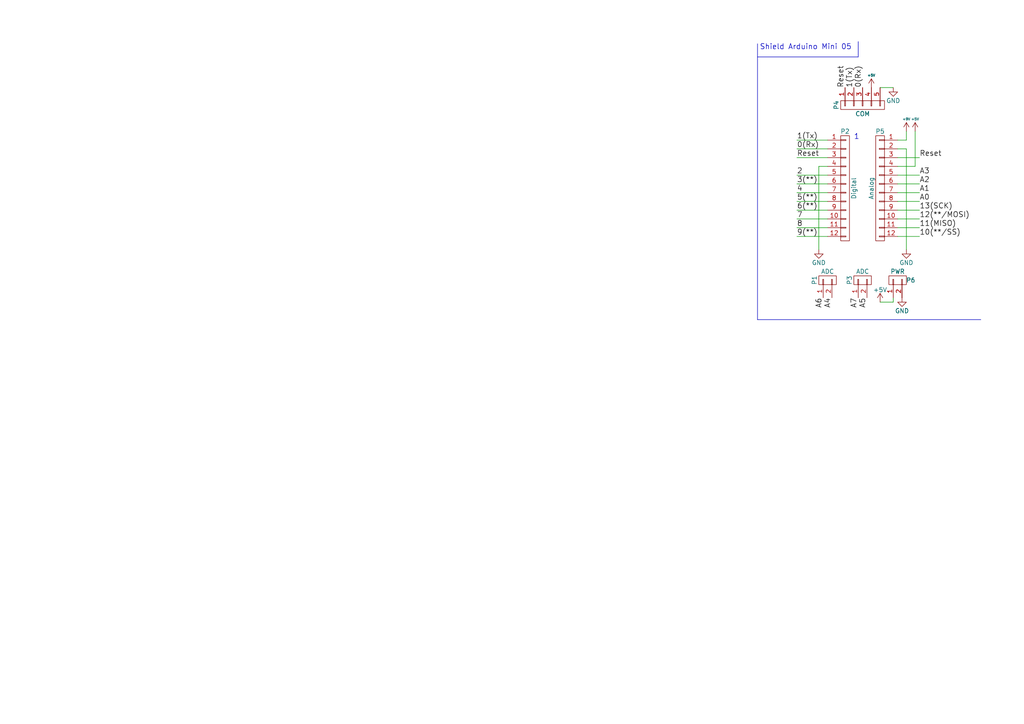
<source format=kicad_sch>
(kicad_sch (version 20230121) (generator eeschema)
  (paper "A4")
  (title_block (date "sam. 04 avril 2015"))
  (lib_symbols
    (symbol "Arduino_Mini-rescue:+5V" (power) (pin_names (offset 0))
      (property "Value" "+5V" (at 0 3.556 0))
      (symbol "+5V_0_1"
        (polyline (pts (xy -0.762 1.27) (xy 0 2.54)))
        (polyline (pts (xy 0 0) (xy 0 2.54)))
        (polyline (pts (xy 0 2.54) (xy 0.762 1.27)))
      )
      (symbol "+5V_1_1"
        (pin power_in line (at 0 0 90) (length 0) hide (name "+5V") (number "1"))
      )
    )
    (symbol "Arduino_Mini-rescue:+9V" (power) (pin_names (offset 0))
      (property "Value" "+9V" (at 0 3.556 0))
      (symbol "+9V_0_1"
        (polyline (pts (xy -0.762 1.27) (xy 0 2.54)))
        (polyline (pts (xy 0 0) (xy 0 2.54)))
        (polyline (pts (xy 0 2.54) (xy 0.762 1.27)))
      )
      (symbol "+9V_1_1"
        (pin power_in line (at 0 0 90) (length 0) hide (name "+9V") (number "1"))
      )
    )
    (symbol "Arduino_Mini-rescue:CONN_01X02" (pin_names (offset 1.016) hide)
      (property "Reference" "P" (at 0 3.81 0))
      (property "Value" "CONN_01X02" (at 2.54 0 90))
      (symbol "CONN_01X02_0_1"
        (rectangle (start -1.27 -1.143) (end 0.254 -1.397))
        (rectangle (start -1.27 1.397) (end 0.254 1.143))
        (rectangle (start -1.27 2.54) (end 1.27 -2.54))
      )
      (symbol "CONN_01X02_1_1"
        (pin passive line (at -5.08 1.27 0) (length 3.81) (name "P1") (number "1"))
        (pin passive line (at -5.08 -1.27 0) (length 3.81) (name "P2") (number "2"))
      )
    )
    (symbol "Arduino_Mini-rescue:CONN_01X05" (pin_names (offset 1.016) hide)
      (property "Reference" "P" (at 0 7.62 0))
      (property "Value" "CONN_01X05" (at 2.54 0 90))
      (symbol "CONN_01X05_0_1"
        (rectangle (start -1.27 -4.953) (end 0.254 -5.207))
        (rectangle (start -1.27 -2.413) (end 0.254 -2.667))
        (rectangle (start -1.27 0.127) (end 0.254 -0.127))
        (rectangle (start -1.27 2.667) (end 0.254 2.413))
        (rectangle (start -1.27 5.207) (end 0.254 4.953))
        (rectangle (start -1.27 6.35) (end 1.27 -6.35))
      )
      (symbol "CONN_01X05_1_1"
        (pin passive line (at -5.08 5.08 0) (length 3.81) (name "P1") (number "1"))
        (pin passive line (at -5.08 2.54 0) (length 3.81) (name "P2") (number "2"))
        (pin passive line (at -5.08 0 0) (length 3.81) (name "P3") (number "3"))
        (pin passive line (at -5.08 -2.54 0) (length 3.81) (name "P4") (number "4"))
        (pin passive line (at -5.08 -5.08 0) (length 3.81) (name "P5") (number "5"))
      )
    )
    (symbol "Arduino_Mini-rescue:CONN_01X12" (pin_names (offset 1.016) hide)
      (property "Reference" "P" (at 0 16.51 0))
      (property "Value" "CONN_01X12" (at 2.54 0 90))
      (symbol "CONN_01X12_0_1"
        (rectangle (start -1.27 -15.24) (end 1.27 15.24))
        (rectangle (start -1.27 -13.843) (end 0.254 -14.097))
        (rectangle (start -1.27 -11.303) (end 0.254 -11.557))
        (rectangle (start -1.27 -8.763) (end 0.254 -9.017))
        (rectangle (start -1.27 -6.223) (end 0.254 -6.477))
        (rectangle (start -1.27 -3.683) (end 0.254 -3.937))
        (rectangle (start -1.27 -1.143) (end 0.254 -1.397))
        (rectangle (start -1.27 1.397) (end 0.254 1.143))
        (rectangle (start -1.27 3.937) (end 0.254 3.683))
        (rectangle (start -1.27 6.477) (end 0.254 6.223))
        (rectangle (start -1.27 9.017) (end 0.254 8.763))
        (rectangle (start -1.27 11.557) (end 0.254 11.303))
        (rectangle (start -1.27 14.097) (end 0.254 13.843))
      )
      (symbol "CONN_01X12_1_1"
        (pin passive line (at -5.08 13.97 0) (length 3.81) (name "P1") (number "1"))
        (pin passive line (at -5.08 -8.89 0) (length 3.81) (name "P10") (number "10"))
        (pin passive line (at -5.08 -11.43 0) (length 3.81) (name "P11") (number "11"))
        (pin passive line (at -5.08 -13.97 0) (length 3.81) (name "P12") (number "12"))
        (pin passive line (at -5.08 11.43 0) (length 3.81) (name "P2") (number "2"))
        (pin passive line (at -5.08 8.89 0) (length 3.81) (name "P3") (number "3"))
        (pin passive line (at -5.08 6.35 0) (length 3.81) (name "P4") (number "4"))
        (pin passive line (at -5.08 3.81 0) (length 3.81) (name "P5") (number "5"))
        (pin passive line (at -5.08 1.27 0) (length 3.81) (name "P6") (number "6"))
        (pin passive line (at -5.08 -1.27 0) (length 3.81) (name "P7") (number "7"))
        (pin passive line (at -5.08 -3.81 0) (length 3.81) (name "P8") (number "8"))
        (pin passive line (at -5.08 -6.35 0) (length 3.81) (name "P9") (number "9"))
      )
    )
    (symbol "Arduino_Mini-rescue:GND" (power) (pin_names (offset 0))
      (property "Value" "GND" (at 0 -3.81 0))
      (symbol "GND_0_1"
        (polyline (pts (xy 0 0) (xy 0 -1.27) (xy 1.27 -1.27) (xy 0 -2.54) (xy -1.27 -1.27) (xy 0 -1.27)))
      )
      (symbol "GND_1_1"
        (pin power_in line (at 0 0 270) (length 0) hide (name "GND") (number "1"))
      )
    )
  )
  (wire (pts (xy 237.49 48.26) (xy 237.49 72.39)))
  (wire (pts (xy 231.14 50.8) (xy 240.03 50.8)))
  (wire (pts (xy 240.03 63.5) (xy 231.14 63.5)))
  (polyline (pts (xy 219.71 92.71) (xy 219.71 12.7)))
  (wire (pts (xy 231.14 60.96) (xy 240.03 60.96)))
  (wire (pts (xy 231.14 66.04) (xy 240.03 66.04)))
  (wire (pts (xy 260.35 43.18) (xy 262.89 43.18)))
  (wire (pts (xy 260.35 50.8) (xy 266.7 50.8)))
  (wire (pts (xy 240.03 68.58) (xy 231.14 68.58)))
  (wire (pts (xy 231.14 55.88) (xy 240.03 55.88)))
  (wire (pts (xy 240.03 48.26) (xy 237.49 48.26)))
  (polyline (pts (xy 248.92 16.51) (xy 248.92 12.065)))
  (wire (pts (xy 260.35 60.96) (xy 266.7 60.96)))
  (wire (pts (xy 259.08 87.63) (xy 255.27 87.63)))
  (wire (pts (xy 260.35 40.64) (xy 262.89 40.64)))
  (polyline (pts (xy 219.71 16.51) (xy 248.92 16.51)))
  (wire (pts (xy 266.7 68.58) (xy 260.35 68.58)))
  (wire (pts (xy 265.43 48.26) (xy 265.43 38.1)))
  (wire (pts (xy 231.14 43.18) (xy 240.03 43.18)))
  (wire (pts (xy 262.89 43.18) (xy 262.89 72.39)))
  (wire (pts (xy 260.35 48.26) (xy 265.43 48.26)))
  (wire (pts (xy 266.7 53.34) (xy 260.35 53.34)))
  (wire (pts (xy 266.7 63.5) (xy 260.35 63.5)))
  (wire (pts (xy 240.03 45.72) (xy 231.14 45.72)))
  (wire (pts (xy 240.03 53.34) (xy 231.14 53.34)))
  (wire (pts (xy 255.27 25.4) (xy 259.08 25.4)))
  (wire (pts (xy 259.08 86.36) (xy 259.08 87.63)))
  (wire (pts (xy 266.7 55.88) (xy 260.35 55.88)))
  (wire (pts (xy 240.03 58.42) (xy 231.14 58.42)))
  (wire (pts (xy 262.89 40.64) (xy 262.89 38.1)))
  (polyline (pts (xy 284.48 92.71) (xy 219.71 92.71)))
  (wire (pts (xy 266.7 66.04) (xy 260.35 66.04)))
  (wire (pts (xy 240.03 40.64) (xy 231.14 40.64)))
  (wire (pts (xy 266.7 45.72) (xy 260.35 45.72)))
  (wire (pts (xy 266.7 58.42) (xy 260.35 58.42)))
  (text "Shield Arduino Mini 05" (at 220.345 14.605 0) (effects (font (size 1.524 1.524)) (justify left bottom)))
  (text "1" (at 247.65 40.64 0) (effects (font (size 1.524 1.524)) (justify left bottom)))
  (label "Reset" (at 231.14 45.72 0) (effects (font (size 1.524 1.524))))
  (label "2" (at 231.14 50.8 0) (effects (font (size 1.524 1.524))))
  (label "0(Rx)" (at 231.14 43.18 0) (effects (font (size 1.524 1.524))))
  (label "A2" (at 266.7 53.34 0) (effects (font (size 1.524 1.524))))
  (label "1(Tx)" (at 231.14 40.64 0) (effects (font (size 1.524 1.524))))
  (label "A5" (at 251.46 86.36 270) (effects (font (size 1.524 1.524))))
  (label "3(**)" (at 231.14 53.34 0) (effects (font (size 1.524 1.524))))
  (label "Reset" (at 245.11 25.4 90) (effects (font (size 1.524 1.524))))
  (label "0(Rx)" (at 250.19 25.4 90) (effects (font (size 1.524 1.524))))
  (label "11(MISO)" (at 266.7 66.04 0) (effects (font (size 1.524 1.524))))
  (label "6(**)" (at 231.14 60.96 0) (effects (font (size 1.524 1.524))))
  (label "A0" (at 266.7 58.42 0) (effects (font (size 1.524 1.524))))
  (label "A3" (at 266.7 50.8 0) (effects (font (size 1.524 1.524))))
  (label "A4" (at 241.3 86.36 270) (effects (font (size 1.524 1.524))))
  (label "Reset" (at 266.7 45.72 0) (effects (font (size 1.524 1.524))))
  (label "4" (at 231.14 55.88 0) (effects (font (size 1.524 1.524))))
  (label "9(**)" (at 231.14 68.58 0) (effects (font (size 1.524 1.524))))
  (label "1(Tx)" (at 247.65 25.4 90) (effects (font (size 1.524 1.524))))
  (label "A1" (at 266.7 55.88 0) (effects (font (size 1.524 1.524))))
  (label "A6" (at 238.76 86.36 270) (effects (font (size 1.524 1.524))))
  (label "A7" (at 248.92 86.36 270) (effects (font (size 1.524 1.524))))
  (label "10(**/SS)" (at 266.7 68.58 0) (effects (font (size 1.524 1.524))))
  (label "13(SCK)" (at 266.7 60.96 0) (effects (font (size 1.524 1.524))))
  (label "5(**)" (at 231.14 58.42 0) (effects (font (size 1.524 1.524))))
  (label "7" (at 231.14 63.5 0) (effects (font (size 1.524 1.524))))
  (label "12(**/MOSI)" (at 266.7 63.5 0) (effects (font (size 1.524 1.524))))
  (label "8" (at 231.14 66.04 0) (effects (font (size 1.524 1.524))))
  (symbol (lib_id "Arduino_Mini-rescue:CONN_01X02") (at 240.03 81.28 90) (unit 1)
    (property "Reference" "P1" (at 236.22 81.28 0))
    (property "Value" "ADC" (at 240.03 78.74 90))
    (property "Footprint" "Socket_Arduino_Mini:Socket_Strip_Arduino_1x02" (effects hide))
  )
  (symbol (lib_id "Arduino_Mini-rescue:CONN_01X02") (at 250.19 81.28 90) (unit 1)
    (property "Reference" "P3" (at 246.38 81.28 0))
    (property "Value" "ADC" (at 250.19 78.74 90))
    (property "Footprint" "Socket_Arduino_Mini:Socket_Strip_Arduino_1x02" (effects hide))
  )
  (symbol (lib_id "Arduino_Mini-rescue:CONN_01X02") (at 260.35 81.28 90) (unit 1)
    (property "Reference" "P6" (at 264.16 81.28 90))
    (property "Value" "PWR" (at 260.35 78.74 90))
    (property "Footprint" "Socket_Arduino_Mini:Socket_Strip_Arduino_1x02" (effects hide))
  )
  (symbol (lib_id "Arduino_Mini-rescue:GND") (at 261.62 86.36 0) (unit 1)
    (property "Reference" "#PWR01" (effects hide))
    (property "Value" "GND" (at 261.62 90.17 0))
  )
  (symbol (lib_id "Arduino_Mini-rescue:+5V") (at 255.27 87.63 0) (unit 1)
    (property "Reference" "#PWR02" (effects hide))
    (property "Value" "+5V" (at 255.27 84.074 0))
  )
  (symbol (lib_id "Arduino_Mini-rescue:GND") (at 262.89 72.39 0) (unit 1)
    (property "Reference" "#PWR03" (effects hide))
    (property "Value" "GND" (at 262.89 76.2 0))
  )
  (symbol (lib_id "Arduino_Mini-rescue:CONN_01X12") (at 245.11 54.61 0) (unit 1)
    (property "Reference" "P2" (at 245.11 38.1 0))
    (property "Value" "Digital" (at 247.65 54.61 90))
    (property "Footprint" "Socket_Arduino_Mini:Socket_Strip_Arduino_1x12" (effects hide))
  )
  (symbol (lib_id "Arduino_Mini-rescue:CONN_01X12") (at 255.27 54.61 0) (mirror y) (unit 1)
    (property "Reference" "P5" (at 255.27 38.1 0))
    (property "Value" "Analog" (at 252.73 54.61 90))
    (property "Footprint" "Socket_Arduino_Mini:Socket_Strip_Arduino_1x12" (effects hide))
  )
  (symbol (lib_id "Arduino_Mini-rescue:GND") (at 237.49 72.39 0) (unit 1)
    (property "Reference" "#PWR04" (effects hide))
    (property "Value" "GND" (at 237.49 76.2 0))
  )
  (symbol (lib_id "Arduino_Mini-rescue:+9V") (at 262.89 38.1 0) (unit 1)
    (property "Reference" "#PWR05" (effects hide))
    (property "Value" "+9V" (at 262.89 34.544 0) (effects (font (size 0.7112 0.7112))))
  )
  (symbol (lib_id "Arduino_Mini-rescue:+5V") (at 265.43 38.1 0) (unit 1)
    (property "Reference" "#PWR06" (effects hide))
    (property "Value" "+5V" (at 265.43 34.544 0) (effects (font (size 0.7112 0.7112))))
  )
  (symbol (lib_id "Arduino_Mini-rescue:CONN_01X05") (at 250.19 30.48 90) (mirror x) (unit 1)
    (property "Reference" "P4" (at 242.57 30.48 0))
    (property "Value" "COM" (at 250.19 33.02 90))
    (property "Footprint" "Socket_Arduino_Mini:Socket_Strip_Arduino_1x05" (effects hide))
  )
  (symbol (lib_id "Arduino_Mini-rescue:+5V") (at 252.73 25.4 0) (unit 1)
    (property "Reference" "#PWR07" (effects hide))
    (property "Value" "+5V" (at 252.73 21.844 0) (effects (font (size 0.7112 0.7112))))
  )
  (symbol (lib_id "Arduino_Mini-rescue:GND") (at 259.08 25.4 0) (unit 1)
    (property "Reference" "#PWR08" (effects hide))
    (property "Value" "GND" (at 259.08 29.21 0))
  )
)
</source>
